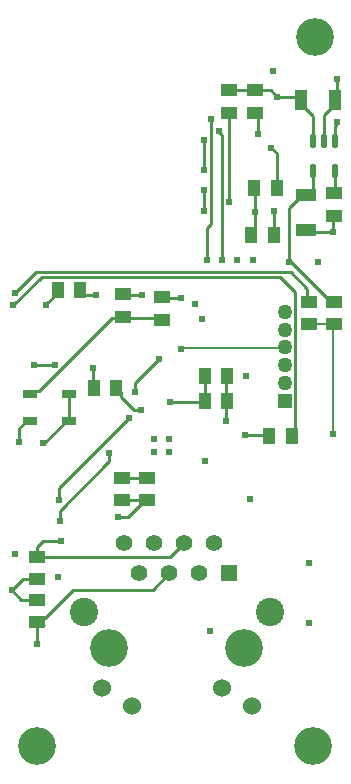
<source format=gbl>
G04*
G04 #@! TF.GenerationSoftware,Altium Limited,Altium Designer,20.0.10 (225)*
G04*
G04 Layer_Physical_Order=4*
G04 Layer_Color=16711680*
%FSLAX25Y25*%
%MOIN*%
G70*
G01*
G75*
%ADD16C,0.00800*%
%ADD33R,0.05000X0.05000*%
%ADD34C,0.05000*%
%ADD43R,0.04000X0.05500*%
%ADD44R,0.05500X0.04000*%
%ADD59C,0.01000*%
%ADD61C,0.12598*%
%ADD62C,0.06024*%
%ADD63C,0.09449*%
%ADD64C,0.05504*%
%ADD65R,0.05504X0.05504*%
%ADD66C,0.02400*%
G04:AMPARAMS|DCode=81|XSize=47.64mil|YSize=23.23mil|CornerRadius=5.81mil|HoleSize=0mil|Usage=FLASHONLY|Rotation=270.000|XOffset=0mil|YOffset=0mil|HoleType=Round|Shape=RoundedRectangle|*
%AMROUNDEDRECTD81*
21,1,0.04764,0.01161,0,0,270.0*
21,1,0.03602,0.02323,0,0,270.0*
1,1,0.01161,-0.00581,-0.01801*
1,1,0.01161,-0.00581,0.01801*
1,1,0.01161,0.00581,0.01801*
1,1,0.01161,0.00581,-0.01801*
%
%ADD81ROUNDEDRECTD81*%
%ADD82R,0.06772X0.04134*%
%ADD83R,0.04800X0.03000*%
%ADD84R,0.04134X0.06772*%
D16*
X95250Y145750D02*
X95500Y146000D01*
X61250Y145750D02*
X95250D01*
X61000Y145500D02*
X61250Y145750D01*
X111500Y153300D02*
X112000Y153800D01*
X111500Y117000D02*
Y153300D01*
X103500Y153800D02*
X112000D01*
X103500D02*
X103700Y154000D01*
D33*
X95500Y128284D02*
D03*
D34*
Y151906D02*
D03*
Y157811D02*
D03*
Y140094D02*
D03*
Y134189D02*
D03*
Y146000D02*
D03*
D43*
X76200Y128172D02*
D03*
X68800D02*
D03*
X76200Y136500D02*
D03*
X68800D02*
D03*
X31800Y132500D02*
D03*
X39200D02*
D03*
X19800Y165000D02*
D03*
X27200D02*
D03*
X84300Y183500D02*
D03*
X91700D02*
D03*
X97700Y116500D02*
D03*
X90300D02*
D03*
X92700Y199300D02*
D03*
X85300D02*
D03*
D44*
X103500Y153800D02*
D03*
Y161200D02*
D03*
X49500Y95000D02*
D03*
Y102400D02*
D03*
X41172Y95000D02*
D03*
Y102400D02*
D03*
X41500Y156300D02*
D03*
Y163700D02*
D03*
X54500Y155300D02*
D03*
Y162700D02*
D03*
X13000Y68800D02*
D03*
Y76200D02*
D03*
X112000Y161200D02*
D03*
Y153800D02*
D03*
X77000Y231700D02*
D03*
Y224300D02*
D03*
X111700Y197369D02*
D03*
Y189969D02*
D03*
X13000Y54449D02*
D03*
Y61849D02*
D03*
X85500Y231700D02*
D03*
Y224300D02*
D03*
D59*
X41172Y95000D02*
X48750D01*
X49500D01*
X43250Y89500D02*
X48750Y95000D01*
X40000Y89500D02*
X43250D01*
X97000Y174500D02*
Y175000D01*
X97000Y175000D01*
X97000Y174500D02*
Y192567D01*
X97000Y175000D02*
X109300Y162700D01*
X74500Y175194D02*
Y216714D01*
X73500Y217714D02*
Y218000D01*
Y217714D02*
X74500Y216714D01*
X69500Y185748D02*
X71000Y187248D01*
X69500Y174948D02*
Y185748D01*
X13611Y131500D02*
X37836Y155725D01*
X40925D02*
X41500Y156300D01*
X37836Y155725D02*
X40925D01*
X15000Y81500D02*
X21000D01*
X13000Y79500D02*
X15000Y81500D01*
X13000Y76200D02*
Y79500D01*
X13200Y76000D02*
X57209D01*
X13000Y76200D02*
X13200Y76000D01*
X90074Y116726D02*
X90300Y116500D01*
X82226Y116726D02*
X90074D01*
X97700Y118000D02*
X99000Y119300D01*
Y164500D01*
X94000Y169500D02*
X99000Y164500D01*
X97500Y171000D02*
X103000Y165500D01*
X5500Y164000D02*
X12500Y171000D01*
X97500D01*
X5000Y160000D02*
X14500Y169500D01*
X94000D01*
X71000Y187248D02*
Y222000D01*
X15000Y114000D02*
X15200D01*
X22700Y121500D01*
X12000Y140000D02*
X19000D01*
X20214Y99214D02*
X43500Y122500D01*
X20214Y95000D02*
Y99214D01*
X76000Y121500D02*
Y127972D01*
X76200Y128172D01*
X57226Y127774D02*
X67401D01*
X67628Y128000D01*
X68128Y127500D01*
X45500Y131000D02*
Y134000D01*
X53500Y142000D01*
X68128Y127500D02*
X68800Y128172D01*
Y136500D01*
X76000Y128372D02*
Y136300D01*
X7000Y119000D02*
X9500Y121500D01*
X7000Y114500D02*
Y119000D01*
X40700Y129350D02*
X45050Y125000D01*
X47500D01*
X40700Y129350D02*
Y131000D01*
X39200Y132500D02*
X40700Y131000D01*
X23600Y121500D02*
Y130500D01*
X41500Y155800D02*
X54000D01*
X11400Y131500D02*
X13611D01*
X10400Y130500D02*
X11400Y131500D01*
X31500Y132800D02*
Y139000D01*
Y132800D02*
X31800Y132500D01*
X37000Y108000D02*
Y110779D01*
X20617Y88117D02*
Y91617D01*
X37000Y108000D01*
X22700Y121500D02*
X23600D01*
X9500D02*
X10400D01*
X41172Y102400D02*
X49500D01*
X109300Y162700D02*
X111500D01*
X112000Y162200D01*
X97000Y192567D02*
X101181Y196748D01*
X103000Y161000D02*
Y165500D01*
X54000Y155800D02*
X54500Y155300D01*
X41500Y162700D02*
X42300Y163500D01*
X48000D01*
X54800Y162500D02*
X60689D01*
X54500Y162200D02*
X54800Y162500D01*
X16000Y160000D02*
X16268Y160268D01*
Y160718D01*
X19800Y164250D01*
Y165500D01*
X92000Y183800D02*
Y191500D01*
X91700Y183500D02*
X92000Y183800D01*
X27700Y163500D02*
X32500D01*
X91000Y212500D02*
X92700Y210800D01*
Y199300D02*
Y210800D01*
X13304Y54753D02*
X14428Y53967D01*
X13239Y54798D02*
X13242Y54796D01*
X24715Y65215D02*
X51423D01*
X13115Y54252D02*
X14215Y53662D01*
X14485Y53392D02*
X15250D01*
X15449Y55949D02*
X24715Y65215D01*
X13000Y54449D02*
X13115Y54252D01*
X14736Y53751D02*
X15250Y53392D01*
X14428Y53967D02*
X14736Y53751D01*
X13304Y54753D02*
X14500Y55949D01*
X51423Y65215D02*
X57000Y70791D01*
X12499Y55304D02*
X13239Y54798D01*
X12499Y55304D02*
X13000Y54449D01*
X14500Y55949D02*
X15449D01*
X13000Y47000D02*
Y54449D01*
X104612Y213619D02*
Y214691D01*
X77000Y194500D02*
Y224300D01*
X85500Y231700D02*
X90800D01*
X93000Y229500D01*
X7651Y61849D02*
X13000D01*
X4500Y65000D02*
X7651Y61849D01*
X8300Y68800D02*
X13000D01*
X4500Y65000D02*
X8300Y68800D01*
X57209Y76000D02*
X62000Y80791D01*
X113000Y229252D02*
Y235500D01*
X112248Y228500D02*
X113000Y229252D01*
X104760Y198315D02*
Y204809D01*
X103000Y196748D02*
X103193D01*
X104760Y198315D01*
X101181Y196748D02*
X102500D01*
X93000Y229500D02*
X99752D01*
X100752Y228500D01*
X77000Y231700D02*
X85500D01*
X76800Y231500D02*
X77000Y231700D01*
X85500Y224300D02*
X86500Y223300D01*
Y217000D02*
Y223300D01*
X85500Y191300D02*
Y198600D01*
Y184000D02*
Y191300D01*
X68500Y206000D02*
Y215000D01*
X103252Y184500D02*
X111500D01*
X102500Y185252D02*
X103252Y184500D01*
X111500D02*
Y189769D01*
X111700Y189969D01*
X112240Y214691D02*
Y219861D01*
X113000Y220621D01*
X112240Y214691D02*
X112240Y214691D01*
X113000Y220621D02*
Y221000D01*
X68466Y191534D02*
X68500Y191500D01*
X68466Y191534D02*
Y198466D01*
X68432Y198500D02*
X68466Y198466D01*
X112248Y227181D02*
Y228500D01*
X108500Y223433D02*
X112248Y227181D01*
X100752D02*
X104760Y223173D01*
X112240Y197460D02*
Y204809D01*
Y197460D02*
X112500Y197200D01*
X104760Y214691D02*
Y223173D01*
X108500Y214691D02*
Y223433D01*
D61*
X82000Y45791D02*
D03*
X37000D02*
D03*
X105500Y249500D02*
D03*
X13000Y13000D02*
D03*
X105000D02*
D03*
D62*
X34598Y32484D02*
D03*
X74500D02*
D03*
X44500Y26500D02*
D03*
X84402D02*
D03*
D63*
X90504Y57799D02*
D03*
X28496D02*
D03*
D64*
X42000Y80791D02*
D03*
X47000Y70791D02*
D03*
X52000Y80791D02*
D03*
X57000Y70791D02*
D03*
X62000Y80791D02*
D03*
X67000Y70791D02*
D03*
X72000Y80791D02*
D03*
D65*
X77000Y70791D02*
D03*
D66*
X40000Y89500D02*
D03*
X68843Y108067D02*
D03*
X97000Y174500D02*
D03*
X74565Y175194D02*
D03*
X69500D02*
D03*
X79629D02*
D03*
X84694D02*
D03*
X20000Y69500D02*
D03*
X21000Y81500D02*
D03*
X82226Y116726D02*
D03*
X67862Y155500D02*
D03*
X61000Y145500D02*
D03*
X106500Y174500D02*
D03*
X71000Y222000D02*
D03*
X82615Y136615D02*
D03*
X12000Y140000D02*
D03*
X43500Y122500D02*
D03*
X76000Y121500D02*
D03*
X84000Y95500D02*
D03*
X57226Y127774D02*
D03*
X53500Y142000D02*
D03*
X45500Y131000D02*
D03*
X7000Y114500D02*
D03*
X15000Y114000D02*
D03*
X47500Y125000D02*
D03*
X19000Y140000D02*
D03*
X31500Y139000D02*
D03*
X37000Y110779D02*
D03*
X20214Y95000D02*
D03*
X20617Y88117D02*
D03*
X57000Y115500D02*
D03*
X52000D02*
D03*
X57000Y111000D02*
D03*
X52000D02*
D03*
X49500Y102400D02*
D03*
X103500Y54000D02*
D03*
Y74000D02*
D03*
X111500Y117000D02*
D03*
X48000Y163500D02*
D03*
X60689Y162500D02*
D03*
X16000Y160000D02*
D03*
X68432Y205000D02*
D03*
X73500Y218000D02*
D03*
X5000Y160000D02*
D03*
X32500Y163500D02*
D03*
X77000Y194500D02*
D03*
X68432Y198500D02*
D03*
X5500Y164000D02*
D03*
X65500Y160500D02*
D03*
X92000Y191500D02*
D03*
X91000Y212500D02*
D03*
X13000Y47000D02*
D03*
X4500Y65000D02*
D03*
X5500Y77000D02*
D03*
X70500Y51500D02*
D03*
X113000Y235500D02*
D03*
X93000Y229500D02*
D03*
X91500Y238000D02*
D03*
X86500Y217000D02*
D03*
X85500Y191300D02*
D03*
X68500Y215000D02*
D03*
X111500Y184500D02*
D03*
X113000Y221000D02*
D03*
X68610Y191500D02*
D03*
D81*
X104760Y204809D02*
D03*
X112240Y214691D02*
D03*
X104760D02*
D03*
X108500D02*
D03*
X112240Y204809D02*
D03*
D82*
X102500Y196748D02*
D03*
Y185252D02*
D03*
D83*
X10400Y121500D02*
D03*
X23600D02*
D03*
X10400Y130500D02*
D03*
X23600D02*
D03*
D84*
X112248Y228500D02*
D03*
X100752D02*
D03*
M02*

</source>
